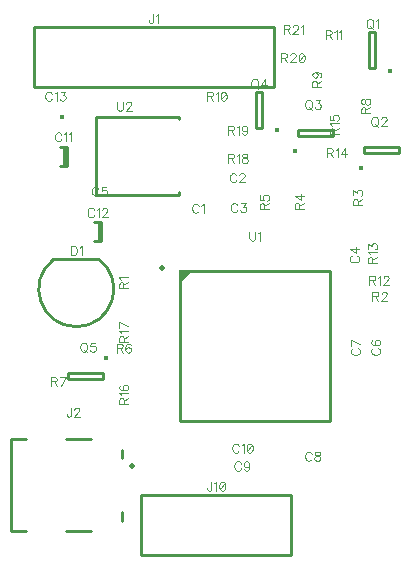
<source format=gbr>
G04 DipTrace 2.4.0.2*
%INTopSilk.gbr*%
%MOIN*%
%ADD10C,0.0098*%
%ADD16O,0.0179X0.0184*%
%ADD25C,0.0154*%
%ADD31C,0.0197*%
%ADD71C,0.0046*%
%FSLAX44Y44*%
G04*
G70*
G90*
G75*
G01*
%LNTopSilk*%
%LPD*%
X9292Y13756D2*
D10*
X14292D1*
Y8756D1*
X9292D1*
Y13756D1*
G36*
X9253Y13796D2*
Y13320D1*
X9729Y13796D1*
X9253D1*
G37*
D16*
X8703Y13852D3*
X13008Y4302D2*
D10*
X8008D1*
Y6302D1*
X13008D1*
Y4302D1*
X5094Y14159D2*
X6592D1*
X5091Y14157D2*
G03X6595Y14157I752J-998D01*
G01*
X6501Y18908D2*
Y16309D1*
X9257Y18908D2*
X6501D1*
X9257D2*
Y18829D1*
Y16309D2*
X6501D1*
X9257D2*
Y16388D1*
D25*
X5352Y18898D3*
X5447Y17908D2*
D10*
Y17279D1*
X5521Y17908D2*
Y17279D1*
Y17908D2*
X5286D1*
X5521Y17279D2*
X5286D1*
X6600Y15388D2*
Y14759D1*
X6674Y15388D2*
Y14759D1*
Y15388D2*
X6439D1*
X6674Y14759D2*
X6439D1*
D25*
X16308Y20449D3*
X15807Y20541D2*
D10*
Y21722D1*
X15610D1*
Y20541D1*
X15807D1*
D25*
X15343Y17202D3*
X15435Y17704D2*
D10*
X16616D1*
Y17901D1*
X15435D1*
Y17704D1*
D25*
X13139Y17770D3*
X13231Y18271D2*
D10*
X14412D1*
Y18468D1*
X13231D1*
Y18271D1*
D25*
X12539Y18455D3*
X12037Y18547D2*
D10*
Y19728D1*
X11840D1*
Y18547D1*
X12037D1*
D25*
X6840Y10864D3*
X6748Y10363D2*
D10*
X5567D1*
Y10166D1*
X6748D1*
Y10363D1*
X4422Y21898D2*
X12422D1*
Y19898D1*
X4422D1*
Y21898D1*
X3676Y8162D2*
Y5091D1*
Y8162D2*
X4168D1*
X5499D2*
X6342D1*
X7377Y7807D2*
Y7532D1*
Y5721D2*
Y5445D1*
X6342Y5091D2*
X5499D1*
X4168D2*
X3676D1*
D31*
X7712Y7256D3*
X11609Y15081D2*
D71*
Y14866D1*
X11624Y14823D1*
X11653Y14795D1*
X11696Y14780D1*
X11724D1*
X11767Y14795D1*
X11796Y14823D1*
X11810Y14866D1*
Y15081D1*
X11903Y15024D2*
X11932Y15038D1*
X11975Y15081D1*
Y14780D1*
X10350Y6741D2*
Y6512D1*
X10336Y6469D1*
X10321Y6454D1*
X10293Y6440D1*
X10264D1*
X10236Y6454D1*
X10221Y6469D1*
X10207Y6512D1*
Y6540D1*
X10443Y6684D2*
X10472Y6698D1*
X10515Y6741D1*
Y6440D1*
X10694Y6741D2*
X10651Y6727D1*
X10622Y6684D1*
X10608Y6612D1*
Y6569D1*
X10622Y6497D1*
X10651Y6454D1*
X10694Y6440D1*
X10722D1*
X10765Y6454D1*
X10794Y6497D1*
X10808Y6569D1*
Y6612D1*
X10794Y6684D1*
X10765Y6727D1*
X10722Y6741D1*
X10694D1*
X10794Y6684D2*
X10622Y6497D1*
X9922Y15933D2*
X9908Y15962D1*
X9879Y15991D1*
X9850Y16005D1*
X9793D1*
X9764Y15991D1*
X9736Y15962D1*
X9721Y15933D1*
X9707Y15890D1*
Y15818D1*
X9721Y15775D1*
X9736Y15747D1*
X9764Y15718D1*
X9793Y15703D1*
X9850D1*
X9879Y15718D1*
X9908Y15747D1*
X9922Y15775D1*
X10015Y15947D2*
X10044Y15962D1*
X10087Y16005D1*
Y15703D1*
X11177Y16952D2*
X11163Y16980D1*
X11134Y17009D1*
X11105Y17023D1*
X11048D1*
X11019Y17009D1*
X10990Y16980D1*
X10976Y16952D1*
X10962Y16908D1*
Y16836D1*
X10976Y16794D1*
X10990Y16765D1*
X11019Y16736D1*
X11048Y16722D1*
X11105D1*
X11134Y16736D1*
X11163Y16765D1*
X11177Y16794D1*
X11284Y16951D2*
Y16965D1*
X11298Y16994D1*
X11313Y17009D1*
X11341Y17023D1*
X11399D1*
X11427Y17009D1*
X11442Y16994D1*
X11456Y16965D1*
Y16937D1*
X11442Y16908D1*
X11413Y16865D1*
X11269Y16722D1*
X11470D1*
X11211Y15956D2*
X11197Y15985D1*
X11168Y16013D1*
X11139Y16028D1*
X11082D1*
X11053Y16013D1*
X11025Y15985D1*
X11010Y15956D1*
X10996Y15913D1*
Y15841D1*
X11010Y15798D1*
X11025Y15769D1*
X11053Y15741D1*
X11082Y15726D1*
X11139D1*
X11168Y15741D1*
X11197Y15769D1*
X11211Y15798D1*
X11333Y16027D2*
X11490D1*
X11404Y15913D1*
X11447D1*
X11476Y15898D1*
X11490Y15884D1*
X11505Y15841D1*
Y15813D1*
X11490Y15769D1*
X11462Y15741D1*
X11418Y15726D1*
X11375D1*
X11333Y15741D1*
X11318Y15755D1*
X11304Y15784D1*
X15038Y14268D2*
X15010Y14254D1*
X14981Y14225D1*
X14967Y14196D1*
Y14139D1*
X14981Y14110D1*
X15010Y14082D1*
X15038Y14067D1*
X15081Y14053D1*
X15153D1*
X15196Y14067D1*
X15225Y14082D1*
X15254Y14110D1*
X15268Y14139D1*
Y14196D1*
X15254Y14225D1*
X15225Y14254D1*
X15196Y14268D1*
X15268Y14504D2*
X14967D1*
X15168Y14361D1*
Y14576D1*
X6583Y16505D2*
X6568Y16533D1*
X6539Y16562D1*
X6511Y16576D1*
X6454D1*
X6425Y16562D1*
X6396Y16533D1*
X6382Y16505D1*
X6367Y16462D1*
Y16390D1*
X6382Y16347D1*
X6396Y16318D1*
X6425Y16290D1*
X6454Y16275D1*
X6511D1*
X6539Y16290D1*
X6568Y16318D1*
X6583Y16347D1*
X6847Y16576D2*
X6704D1*
X6690Y16447D1*
X6704Y16461D1*
X6747Y16476D1*
X6790D1*
X6833Y16461D1*
X6862Y16433D1*
X6876Y16390D1*
Y16361D1*
X6862Y16318D1*
X6833Y16289D1*
X6790Y16275D1*
X6747D1*
X6704Y16289D1*
X6690Y16304D1*
X6675Y16332D1*
X15745Y11195D2*
X15717Y11181D1*
X15688Y11152D1*
X15673Y11123D1*
Y11066D1*
X15688Y11037D1*
X15717Y11009D1*
X15745Y10994D1*
X15788Y10980D1*
X15860D1*
X15903Y10994D1*
X15932Y11009D1*
X15960Y11037D1*
X15975Y11066D1*
Y11123D1*
X15960Y11152D1*
X15932Y11181D1*
X15903Y11195D1*
X15717Y11460D2*
X15688Y11446D1*
X15674Y11402D1*
Y11374D1*
X15688Y11331D1*
X15731Y11302D1*
X15803Y11288D1*
X15874D1*
X15932Y11302D1*
X15961Y11331D1*
X15975Y11374D1*
Y11388D1*
X15961Y11431D1*
X15932Y11460D1*
X15889Y11474D1*
X15874D1*
X15831Y11460D1*
X15803Y11431D1*
X15789Y11388D1*
Y11374D1*
X15803Y11331D1*
X15831Y11302D1*
X15874Y11288D1*
X15074Y11188D2*
X15046Y11174D1*
X15017Y11145D1*
X15003Y11116D1*
Y11059D1*
X15017Y11030D1*
X15046Y11001D1*
X15074Y10987D1*
X15117Y10973D1*
X15189D1*
X15232Y10987D1*
X15261Y11001D1*
X15289Y11030D1*
X15304Y11059D1*
Y11116D1*
X15289Y11145D1*
X15261Y11174D1*
X15232Y11188D1*
X15304Y11338D2*
X15003Y11481D1*
Y11280D1*
X13688Y7667D2*
X13674Y7695D1*
X13645Y7724D1*
X13616Y7739D1*
X13559D1*
X13530Y7724D1*
X13501Y7695D1*
X13487Y7667D1*
X13473Y7624D1*
Y7552D1*
X13487Y7509D1*
X13501Y7480D1*
X13530Y7452D1*
X13559Y7437D1*
X13616D1*
X13645Y7452D1*
X13674Y7480D1*
X13688Y7509D1*
X13852Y7738D2*
X13809Y7724D1*
X13795Y7695D1*
Y7667D1*
X13809Y7638D1*
X13838Y7623D1*
X13895Y7609D1*
X13938Y7595D1*
X13967Y7566D1*
X13981Y7538D1*
Y7494D1*
X13967Y7466D1*
X13953Y7451D1*
X13909Y7437D1*
X13852D1*
X13809Y7451D1*
X13795Y7466D1*
X13780Y7494D1*
Y7538D1*
X13795Y7566D1*
X13824Y7595D1*
X13866Y7609D1*
X13924Y7623D1*
X13953Y7638D1*
X13967Y7667D1*
Y7695D1*
X13953Y7724D1*
X13909Y7738D1*
X13852D1*
X11332Y7345D2*
X11318Y7374D1*
X11289Y7403D1*
X11261Y7417D1*
X11203D1*
X11175Y7403D1*
X11146Y7374D1*
X11131Y7345D1*
X11117Y7302D1*
Y7230D1*
X11131Y7188D1*
X11146Y7159D1*
X11175Y7130D1*
X11203Y7116D1*
X11261D1*
X11289Y7130D1*
X11318Y7159D1*
X11332Y7188D1*
X11612Y7317D2*
X11597Y7274D1*
X11569Y7245D1*
X11526Y7230D1*
X11511D1*
X11468Y7245D1*
X11440Y7274D1*
X11425Y7317D1*
Y7331D1*
X11440Y7374D1*
X11468Y7403D1*
X11511Y7417D1*
X11526D1*
X11569Y7403D1*
X11597Y7374D1*
X11612Y7317D1*
Y7245D1*
X11597Y7173D1*
X11569Y7130D1*
X11526Y7116D1*
X11497D1*
X11454Y7130D1*
X11440Y7159D1*
X11261Y7944D2*
X11247Y7972D1*
X11218Y8001D1*
X11190Y8015D1*
X11132D1*
X11103Y8001D1*
X11075Y7972D1*
X11060Y7944D1*
X11046Y7901D1*
Y7829D1*
X11060Y7786D1*
X11075Y7757D1*
X11103Y7728D1*
X11132Y7714D1*
X11190D1*
X11218Y7728D1*
X11247Y7757D1*
X11261Y7786D1*
X11354Y7958D2*
X11383Y7972D1*
X11426Y8015D1*
Y7714D1*
X11605Y8015D2*
X11562Y8001D1*
X11533Y7958D1*
X11519Y7886D1*
Y7843D1*
X11533Y7771D1*
X11562Y7728D1*
X11605Y7714D1*
X11633D1*
X11676Y7728D1*
X11705Y7771D1*
X11720Y7843D1*
Y7886D1*
X11705Y7958D1*
X11676Y8001D1*
X11633Y8015D1*
X11605D1*
X11705Y7958D2*
X11533Y7771D1*
X7416Y13186D2*
Y13315D1*
X7402Y13358D1*
X7388Y13372D1*
X7359Y13387D1*
X7330D1*
X7302Y13372D1*
X7287Y13358D1*
X7273Y13315D1*
Y13186D1*
X7574D1*
X7416Y13286D2*
X7574Y13387D1*
X7331Y13479D2*
X7316Y13508D1*
X7273Y13551D1*
X7574D1*
X5660Y14598D2*
Y14297D1*
X5761D1*
X5804Y14311D1*
X5833Y14340D1*
X5847Y14369D1*
X5861Y14412D1*
Y14484D1*
X5847Y14527D1*
X5833Y14555D1*
X5804Y14584D1*
X5761Y14598D1*
X5660D1*
X5954Y14541D2*
X5983Y14555D1*
X6026Y14598D1*
Y14297D1*
X7198Y19415D2*
Y19200D1*
X7213Y19157D1*
X7242Y19128D1*
X7285Y19113D1*
X7313D1*
X7356Y19128D1*
X7385Y19157D1*
X7399Y19200D1*
Y19415D1*
X7507Y19343D2*
Y19357D1*
X7521Y19386D1*
X7535Y19400D1*
X7564Y19415D1*
X7621D1*
X7650Y19400D1*
X7664Y19386D1*
X7679Y19357D1*
Y19329D1*
X7664Y19300D1*
X7636Y19257D1*
X7492Y19113D1*
X7693D1*
X5347Y18316D2*
X5332Y18344D1*
X5303Y18373D1*
X5275Y18387D1*
X5218D1*
X5189Y18373D1*
X5160Y18344D1*
X5146Y18316D1*
X5131Y18273D1*
Y18201D1*
X5146Y18158D1*
X5160Y18129D1*
X5189Y18100D1*
X5218Y18086D1*
X5275D1*
X5303Y18100D1*
X5332Y18129D1*
X5347Y18158D1*
X5439Y18330D2*
X5468Y18344D1*
X5511Y18387D1*
Y18086D1*
X5604Y18330D2*
X5633Y18344D1*
X5676Y18387D1*
Y18086D1*
X6435Y15796D2*
X6421Y15824D1*
X6392Y15853D1*
X6363Y15867D1*
X6306D1*
X6277Y15853D1*
X6249Y15824D1*
X6234Y15796D1*
X6220Y15753D1*
Y15681D1*
X6234Y15638D1*
X6249Y15609D1*
X6277Y15581D1*
X6306Y15566D1*
X6363D1*
X6392Y15581D1*
X6421Y15609D1*
X6435Y15638D1*
X6528Y15810D2*
X6556Y15824D1*
X6599Y15867D1*
Y15566D1*
X6707Y15796D2*
Y15810D1*
X6721Y15839D1*
X6735Y15853D1*
X6764Y15867D1*
X6821D1*
X6850Y15853D1*
X6864Y15839D1*
X6879Y15810D1*
Y15781D1*
X6864Y15752D1*
X6836Y15710D1*
X6692Y15566D1*
X6893D1*
X15606Y22162D2*
X15577Y22148D1*
X15549Y22119D1*
X15534Y22090D1*
X15520Y22047D1*
Y21975D1*
X15534Y21932D1*
X15549Y21904D1*
X15577Y21875D1*
X15606Y21860D1*
X15663D1*
X15692Y21875D1*
X15721Y21904D1*
X15735Y21932D1*
X15749Y21975D1*
Y22047D1*
X15735Y22090D1*
X15721Y22119D1*
X15692Y22148D1*
X15663Y22162D1*
X15606D1*
X15649Y21918D2*
X15735Y21832D1*
X15842Y22104D2*
X15871Y22118D1*
X15914Y22161D1*
Y21860D1*
X15765Y18901D2*
X15737Y18887D1*
X15708Y18858D1*
X15693Y18829D1*
X15679Y18786D1*
Y18715D1*
X15693Y18672D1*
X15708Y18643D1*
X15737Y18614D1*
X15765Y18600D1*
X15822D1*
X15851Y18614D1*
X15880Y18643D1*
X15894Y18672D1*
X15909Y18715D1*
Y18786D1*
X15894Y18829D1*
X15880Y18858D1*
X15851Y18887D1*
X15822Y18901D1*
X15765D1*
X15808Y18657D2*
X15894Y18571D1*
X16016Y18829D2*
Y18843D1*
X16030Y18872D1*
X16044Y18887D1*
X16073Y18901D1*
X16131D1*
X16159Y18887D1*
X16173Y18872D1*
X16188Y18843D1*
Y18815D1*
X16173Y18786D1*
X16145Y18743D1*
X16001Y18600D1*
X16202D1*
X13561Y19468D2*
X13533Y19454D1*
X13504Y19425D1*
X13490Y19397D1*
X13475Y19353D1*
Y19282D1*
X13490Y19239D1*
X13504Y19210D1*
X13533Y19181D1*
X13561Y19167D1*
X13619D1*
X13647Y19181D1*
X13676Y19210D1*
X13690Y19239D1*
X13705Y19282D1*
Y19353D1*
X13690Y19397D1*
X13676Y19425D1*
X13647Y19454D1*
X13619Y19468D1*
X13561D1*
X13604Y19224D2*
X13690Y19138D1*
X13826Y19468D2*
X13984D1*
X13898Y19353D1*
X13941D1*
X13970Y19339D1*
X13984Y19325D1*
X13998Y19282D1*
Y19253D1*
X13984Y19210D1*
X13955Y19181D1*
X13912Y19167D1*
X13869D1*
X13826Y19181D1*
X13812Y19196D1*
X13797Y19224D1*
X11765Y20168D2*
X11736Y20154D1*
X11708Y20125D1*
X11693Y20096D1*
X11679Y20053D1*
Y19981D1*
X11693Y19938D1*
X11708Y19910D1*
X11736Y19881D1*
X11765Y19867D1*
X11822D1*
X11851Y19881D1*
X11880Y19910D1*
X11894Y19938D1*
X11909Y19981D1*
Y20053D1*
X11894Y20096D1*
X11880Y20125D1*
X11851Y20154D1*
X11822Y20168D1*
X11765D1*
X11808Y19924D2*
X11894Y19838D1*
X12145Y19866D2*
Y20167D1*
X12001Y19967D1*
X12216D1*
X6066Y11381D2*
X6038Y11367D1*
X6009Y11338D1*
X5995Y11309D1*
X5980Y11266D1*
Y11194D1*
X5995Y11151D1*
X6009Y11123D1*
X6038Y11094D1*
X6066Y11079D1*
X6124D1*
X6152Y11094D1*
X6181Y11123D1*
X6195Y11151D1*
X6210Y11194D1*
Y11266D1*
X6195Y11309D1*
X6181Y11338D1*
X6152Y11367D1*
X6124Y11381D1*
X6066D1*
X6109Y11137D2*
X6195Y11051D1*
X6475Y11380D2*
X6331D1*
X6317Y11251D1*
X6331Y11265D1*
X6374Y11280D1*
X6417D1*
X6460Y11265D1*
X6489Y11237D1*
X6503Y11194D1*
Y11165D1*
X6489Y11122D1*
X6460Y11093D1*
X6417Y11079D1*
X6374D1*
X6331Y11093D1*
X6317Y11108D1*
X6302Y11136D1*
X15715Y12934D2*
X15844D1*
X15887Y12948D1*
X15901Y12963D1*
X15916Y12991D1*
Y13020D1*
X15901Y13049D1*
X15887Y13063D1*
X15844Y13077D1*
X15715D1*
Y12776D1*
X15815Y12934D2*
X15916Y12776D1*
X16023Y13006D2*
Y13020D1*
X16037Y13049D1*
X16051Y13063D1*
X16080Y13077D1*
X16137D1*
X16166Y13063D1*
X16180Y13049D1*
X16195Y13020D1*
Y12991D1*
X16180Y12962D1*
X16152Y12920D1*
X16008Y12776D1*
X16209D1*
X15221Y15971D2*
Y16100D1*
X15206Y16143D1*
X15192Y16158D1*
X15163Y16172D1*
X15134D1*
X15106Y16158D1*
X15091Y16143D1*
X15077Y16100D1*
Y15971D1*
X15379D1*
X15221Y16071D2*
X15379Y16172D1*
X15077Y16293D2*
Y16451D1*
X15192Y16365D1*
Y16408D1*
X15206Y16437D1*
X15221Y16451D1*
X15264Y16465D1*
X15292D1*
X15335Y16451D1*
X15364Y16422D1*
X15379Y16379D1*
Y16336D1*
X15364Y16293D1*
X15350Y16279D1*
X15321Y16264D1*
X13270Y15834D2*
Y15963D1*
X13255Y16006D1*
X13241Y16020D1*
X13212Y16034D1*
X13184D1*
X13155Y16020D1*
X13141Y16006D1*
X13126Y15963D1*
Y15834D1*
X13428D1*
X13270Y15934D2*
X13428Y16034D1*
Y16271D2*
X13127D1*
X13327Y16127D1*
Y16342D1*
X12112Y15820D2*
Y15949D1*
X12097Y15992D1*
X12083Y16007D1*
X12055Y16021D1*
X12026D1*
X11997Y16007D1*
X11983Y15992D1*
X11968Y15949D1*
Y15820D1*
X12270D1*
X12112Y15921D2*
X12270Y16021D1*
X11969Y16286D2*
Y16143D1*
X12098Y16129D1*
X12084Y16143D1*
X12069Y16186D1*
Y16229D1*
X12084Y16272D1*
X12112Y16301D1*
X12155Y16315D1*
X12184D1*
X12227Y16301D1*
X12256Y16272D1*
X12270Y16229D1*
Y16186D1*
X12256Y16143D1*
X12241Y16129D1*
X12213Y16114D1*
X7187Y11198D2*
X7316D1*
X7359Y11213D1*
X7374Y11227D1*
X7388Y11256D1*
Y11285D1*
X7374Y11313D1*
X7359Y11328D1*
X7316Y11342D1*
X7187D1*
Y11041D1*
X7288Y11198D2*
X7388Y11041D1*
X7653Y11299D2*
X7639Y11327D1*
X7596Y11342D1*
X7567D1*
X7524Y11327D1*
X7495Y11284D1*
X7481Y11213D1*
Y11141D1*
X7495Y11084D1*
X7524Y11055D1*
X7567Y11041D1*
X7581D1*
X7624Y11055D1*
X7653Y11084D1*
X7667Y11127D1*
Y11141D1*
X7653Y11184D1*
X7624Y11213D1*
X7581Y11227D1*
X7567D1*
X7524Y11213D1*
X7495Y11184D1*
X7481Y11141D1*
X4992Y10086D2*
X5121D1*
X5164Y10101D1*
X5178Y10115D1*
X5193Y10144D1*
Y10172D1*
X5178Y10201D1*
X5164Y10216D1*
X5121Y10230D1*
X4992D1*
Y9928D1*
X5092Y10086D2*
X5193Y9928D1*
X5343D2*
X5486Y10230D1*
X5285D1*
X15480Y19018D2*
Y19147D1*
X15465Y19190D1*
X15451Y19205D1*
X15423Y19219D1*
X15394D1*
X15365Y19205D1*
X15351Y19190D1*
X15336Y19147D1*
Y19018D1*
X15638D1*
X15480Y19119D2*
X15638Y19219D1*
X15337Y19384D2*
X15351Y19341D1*
X15380Y19326D1*
X15408D1*
X15437Y19341D1*
X15452Y19369D1*
X15466Y19427D1*
X15480Y19470D1*
X15509Y19498D1*
X15537Y19513D1*
X15581D1*
X15609Y19498D1*
X15624Y19484D1*
X15638Y19441D1*
Y19384D1*
X15624Y19341D1*
X15609Y19326D1*
X15581Y19312D1*
X15537D1*
X15509Y19326D1*
X15480Y19355D1*
X15466Y19398D1*
X15452Y19455D1*
X15437Y19484D1*
X15408Y19498D1*
X15380D1*
X15351Y19484D1*
X15337Y19441D1*
Y19384D1*
X13854Y19915D2*
Y20044D1*
X13839Y20088D1*
X13825Y20102D1*
X13796Y20116D1*
X13767D1*
X13739Y20102D1*
X13724Y20088D1*
X13710Y20044D1*
Y19915D1*
X14011D1*
X13854Y20016D2*
X14011Y20116D1*
X13810Y20396D2*
X13854Y20381D1*
X13882Y20353D1*
X13897Y20310D1*
Y20295D1*
X13882Y20252D1*
X13854Y20224D1*
X13810Y20209D1*
X13796D1*
X13753Y20224D1*
X13725Y20252D1*
X13710Y20295D1*
Y20310D1*
X13725Y20353D1*
X13753Y20381D1*
X13810Y20396D1*
X13882D1*
X13954Y20381D1*
X13997Y20353D1*
X14011Y20310D1*
Y20281D1*
X13997Y20238D1*
X13968Y20224D1*
X10199Y19595D2*
X10328D1*
X10371Y19610D1*
X10386Y19624D1*
X10400Y19653D1*
Y19682D1*
X10386Y19710D1*
X10371Y19725D1*
X10328Y19739D1*
X10199D1*
Y19438D1*
X10300Y19595D2*
X10400Y19438D1*
X10493Y19681D2*
X10522Y19696D1*
X10565Y19739D1*
Y19438D1*
X10744Y19739D2*
X10701Y19724D1*
X10672Y19681D1*
X10657Y19610D1*
Y19567D1*
X10672Y19495D1*
X10701Y19452D1*
X10744Y19438D1*
X10772D1*
X10815Y19452D1*
X10844Y19495D1*
X10858Y19567D1*
Y19610D1*
X10844Y19681D1*
X10815Y19724D1*
X10772Y19739D1*
X10744D1*
X10844Y19681D2*
X10672Y19495D1*
X14154Y21648D2*
X14283D1*
X14326Y21663D1*
X14341Y21677D1*
X14355Y21706D1*
Y21734D1*
X14341Y21763D1*
X14326Y21778D1*
X14283Y21792D1*
X14154D1*
Y21490D1*
X14255Y21648D2*
X14355Y21490D1*
X14448Y21734D2*
X14477Y21749D1*
X14520Y21792D1*
Y21490D1*
X14613Y21734D2*
X14641Y21749D1*
X14684Y21792D1*
Y21490D1*
X8411Y22337D2*
Y22107D1*
X8397Y22064D1*
X8382Y22050D1*
X8354Y22035D1*
X8325D1*
X8296Y22050D1*
X8282Y22064D1*
X8267Y22107D1*
Y22136D1*
X8504Y22279D2*
X8533Y22294D1*
X8576Y22337D1*
Y22035D1*
X5031Y19671D2*
X5017Y19700D1*
X4988Y19729D1*
X4960Y19743D1*
X4902D1*
X4874Y19729D1*
X4845Y19700D1*
X4831Y19671D1*
X4816Y19628D1*
Y19556D1*
X4831Y19514D1*
X4845Y19485D1*
X4874Y19456D1*
X4902Y19442D1*
X4960D1*
X4988Y19456D1*
X5017Y19485D1*
X5031Y19514D1*
X5124Y19685D2*
X5153Y19700D1*
X5196Y19743D1*
Y19442D1*
X5318Y19743D2*
X5475D1*
X5389Y19628D1*
X5432D1*
X5461Y19614D1*
X5475Y19599D1*
X5490Y19556D1*
Y19528D1*
X5475Y19485D1*
X5447Y19456D1*
X5403Y19442D1*
X5360D1*
X5318Y19456D1*
X5303Y19470D1*
X5289Y19499D1*
X15615Y13461D2*
X15744D1*
X15787Y13476D1*
X15801Y13490D1*
X15816Y13519D1*
Y13547D1*
X15801Y13576D1*
X15787Y13591D1*
X15744Y13605D1*
X15615D1*
Y13303D1*
X15715Y13461D2*
X15816Y13303D1*
X15908Y13547D2*
X15937Y13562D1*
X15980Y13604D1*
Y13303D1*
X16088Y13533D2*
Y13547D1*
X16102Y13576D1*
X16116Y13590D1*
X16145Y13604D1*
X16202D1*
X16231Y13590D1*
X16245Y13576D1*
X16260Y13547D1*
Y13519D1*
X16245Y13490D1*
X16217Y13447D1*
X16073Y13303D1*
X16274D1*
X15714Y14029D2*
Y14158D1*
X15699Y14201D1*
X15685Y14215D1*
X15656Y14230D1*
X15627D1*
X15599Y14215D1*
X15584Y14201D1*
X15570Y14158D1*
Y14029D1*
X15872D1*
X15714Y14129D2*
X15872Y14230D1*
X15628Y14322D2*
X15613Y14351D1*
X15570Y14394D1*
X15872D1*
X15570Y14516D2*
Y14673D1*
X15685Y14587D1*
Y14631D1*
X15699Y14659D1*
X15714Y14673D1*
X15757Y14688D1*
X15785D1*
X15828Y14673D1*
X15857Y14645D1*
X15872Y14602D1*
Y14559D1*
X15857Y14516D1*
X15843Y14502D1*
X15814Y14487D1*
X14196Y17715D2*
X14325D1*
X14369Y17729D1*
X14383Y17744D1*
X14397Y17772D1*
Y17801D1*
X14383Y17829D1*
X14369Y17844D1*
X14325Y17858D1*
X14196D1*
Y17557D1*
X14297Y17715D2*
X14397Y17557D1*
X14490Y17801D2*
X14519Y17815D1*
X14562Y17858D1*
Y17557D1*
X14798D2*
Y17858D1*
X14655Y17657D1*
X14870D1*
X14440Y18320D2*
Y18449D1*
X14426Y18492D1*
X14412Y18506D1*
X14383Y18521D1*
X14354D1*
X14326Y18506D1*
X14311Y18492D1*
X14297Y18449D1*
Y18320D1*
X14598D1*
X14440Y18420D2*
X14598Y18521D1*
X14355Y18613D2*
X14340Y18642D1*
X14297Y18685D1*
X14598D1*
X14297Y18950D2*
Y18807D1*
X14426Y18792D1*
X14412Y18807D1*
X14397Y18850D1*
Y18893D1*
X14412Y18936D1*
X14440Y18965D1*
X14484Y18979D1*
X14512D1*
X14555Y18965D1*
X14584Y18936D1*
X14598Y18893D1*
Y18850D1*
X14584Y18807D1*
X14569Y18792D1*
X14541Y18778D1*
X7422Y9332D2*
Y9461D1*
X7407Y9504D1*
X7393Y9519D1*
X7364Y9533D1*
X7336D1*
X7307Y9519D1*
X7293Y9504D1*
X7278Y9461D1*
Y9332D1*
X7580D1*
X7422Y9432D2*
X7580Y9533D1*
X7336Y9625D2*
X7321Y9654D1*
X7279Y9697D1*
X7580D1*
X7321Y9962D2*
X7293Y9948D1*
X7279Y9905D1*
Y9876D1*
X7293Y9833D1*
X7336Y9804D1*
X7408Y9790D1*
X7479D1*
X7537Y9804D1*
X7565Y9833D1*
X7580Y9876D1*
Y9891D1*
X7565Y9933D1*
X7537Y9962D1*
X7493Y9976D1*
X7479D1*
X7436Y9962D1*
X7408Y9933D1*
X7393Y9891D1*
Y9876D1*
X7408Y9833D1*
X7436Y9804D1*
X7479Y9790D1*
X7422Y11408D2*
Y11537D1*
X7407Y11580D1*
X7393Y11594D1*
X7364Y11609D1*
X7336D1*
X7307Y11594D1*
X7293Y11580D1*
X7278Y11537D1*
Y11408D1*
X7580D1*
X7422Y11508D2*
X7580Y11609D1*
X7336Y11701D2*
X7321Y11730D1*
X7279Y11773D1*
X7580D1*
Y11923D2*
X7279Y12067D1*
Y11866D1*
X10903Y17526D2*
X11032D1*
X11075Y17541D1*
X11089Y17555D1*
X11104Y17584D1*
Y17612D1*
X11089Y17641D1*
X11075Y17655D1*
X11032Y17670D1*
X10903D1*
Y17368D1*
X11003Y17526D2*
X11104Y17368D1*
X11196Y17612D2*
X11225Y17627D1*
X11268Y17669D1*
Y17368D1*
X11433Y17669D2*
X11390Y17655D1*
X11375Y17627D1*
Y17598D1*
X11390Y17569D1*
X11418Y17555D1*
X11476Y17540D1*
X11519Y17526D1*
X11547Y17497D1*
X11562Y17469D1*
Y17426D1*
X11547Y17397D1*
X11533Y17383D1*
X11490Y17368D1*
X11433D1*
X11390Y17383D1*
X11375Y17397D1*
X11361Y17426D1*
Y17469D1*
X11375Y17497D1*
X11404Y17526D1*
X11447Y17540D1*
X11504Y17555D1*
X11533Y17569D1*
X11547Y17598D1*
Y17627D1*
X11533Y17655D1*
X11490Y17669D1*
X11433D1*
X10904Y18467D2*
X11033D1*
X11076Y18482D1*
X11090Y18496D1*
X11105Y18524D1*
Y18553D1*
X11090Y18582D1*
X11076Y18596D1*
X11033Y18611D1*
X10904D1*
Y18309D1*
X11004Y18467D2*
X11105Y18309D1*
X11197Y18553D2*
X11226Y18568D1*
X11269Y18610D1*
Y18309D1*
X11549Y18510D2*
X11534Y18467D1*
X11505Y18438D1*
X11462Y18424D1*
X11448D1*
X11405Y18438D1*
X11376Y18467D1*
X11362Y18510D1*
Y18524D1*
X11376Y18568D1*
X11405Y18596D1*
X11448Y18610D1*
X11462D1*
X11505Y18596D1*
X11534Y18568D1*
X11549Y18510D1*
Y18438D1*
X11534Y18367D1*
X11505Y18323D1*
X11462Y18309D1*
X11434D1*
X11391Y18323D1*
X11376Y18352D1*
X12672Y20882D2*
X12801D1*
X12844Y20897D1*
X12859Y20911D1*
X12873Y20939D1*
Y20968D1*
X12859Y20997D1*
X12844Y21011D1*
X12801Y21026D1*
X12672D1*
Y20724D1*
X12773Y20882D2*
X12873Y20724D1*
X12980Y20954D2*
Y20968D1*
X12995Y20997D1*
X13009Y21011D1*
X13038Y21025D1*
X13095D1*
X13124Y21011D1*
X13138Y20997D1*
X13152Y20968D1*
Y20939D1*
X13138Y20911D1*
X13109Y20868D1*
X12966Y20724D1*
X13167D1*
X13346Y21025D2*
X13302Y21011D1*
X13274Y20968D1*
X13259Y20896D1*
Y20853D1*
X13274Y20782D1*
X13302Y20738D1*
X13346Y20724D1*
X13374D1*
X13417Y20738D1*
X13446Y20782D1*
X13460Y20853D1*
Y20896D1*
X13446Y20968D1*
X13417Y21011D1*
X13374Y21025D1*
X13346D1*
X13446Y20968D2*
X13274Y20782D1*
X12753Y21826D2*
X12882D1*
X12925Y21841D1*
X12939Y21855D1*
X12954Y21884D1*
Y21913D1*
X12939Y21941D1*
X12925Y21956D1*
X12882Y21970D1*
X12753D1*
Y21669D1*
X12853Y21826D2*
X12954Y21669D1*
X13061Y21898D2*
Y21912D1*
X13075Y21941D1*
X13089Y21955D1*
X13118Y21970D1*
X13176D1*
X13204Y21955D1*
X13218Y21941D1*
X13233Y21912D1*
Y21884D1*
X13218Y21855D1*
X13190Y21812D1*
X13046Y21669D1*
X13247D1*
X13340Y21912D2*
X13369Y21927D1*
X13412Y21970D1*
Y21669D1*
X5668Y9211D2*
Y8982D1*
X5654Y8939D1*
X5639Y8924D1*
X5611Y8910D1*
X5582D1*
X5553Y8924D1*
X5539Y8939D1*
X5524Y8982D1*
Y9010D1*
X5775Y9139D2*
Y9154D1*
X5789Y9182D1*
X5804Y9197D1*
X5833Y9211D1*
X5890D1*
X5918Y9197D1*
X5933Y9182D1*
X5947Y9154D1*
Y9125D1*
X5933Y9096D1*
X5904Y9053D1*
X5761Y8910D1*
X5962D1*
M02*

</source>
